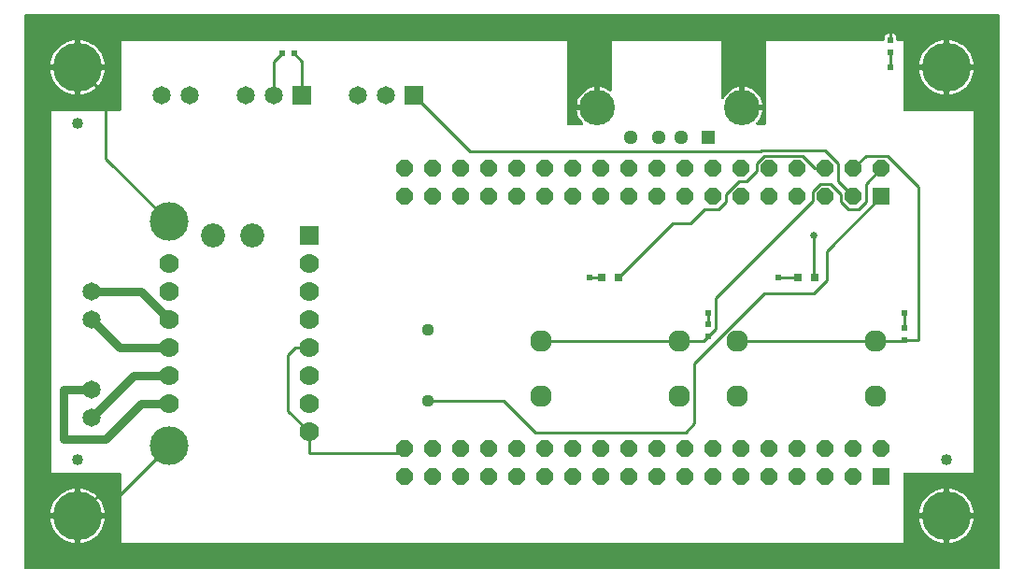
<source format=gbr>
G04 EAGLE Gerber RS-274X export*
G75*
%MOMM*%
%FSLAX34Y34*%
%LPD*%
%INTop Copper*%
%IPPOS*%
%AMOC8*
5,1,8,0,0,1.08239X$1,22.5*%
G01*
%ADD10C,1.651000*%
%ADD11R,0.800000X0.800000*%
%ADD12C,1.960000*%
%ADD13R,0.508000X0.609600*%
%ADD14R,1.651000X1.651000*%
%ADD15C,1.120000*%
%ADD16R,1.288000X1.288000*%
%ADD17C,1.288000*%
%ADD18C,3.220000*%
%ADD19R,1.778000X1.778000*%
%ADD20C,1.778000*%
%ADD21C,2.184400*%
%ADD22C,3.500000*%
%ADD23R,1.524000X1.524000*%
%ADD24P,1.649562X8X202.500000*%
%ADD25R,0.609600X0.508000*%
%ADD26C,4.445000*%
%ADD27C,1.016000*%
%ADD28C,0.254000*%
%ADD29C,0.609600*%
%ADD30C,0.654800*%
%ADD31C,0.762000*%

G36*
X1013444Y504308D02*
X1013444Y504308D01*
X1013437Y504427D01*
X1013424Y504465D01*
X1013419Y504506D01*
X1013376Y504616D01*
X1013339Y504729D01*
X1013317Y504764D01*
X1013302Y504801D01*
X1013233Y504897D01*
X1013169Y504998D01*
X1013139Y505026D01*
X1013116Y505059D01*
X1013024Y505135D01*
X1012937Y505216D01*
X1012902Y505236D01*
X1012871Y505261D01*
X1012763Y505312D01*
X1012659Y505370D01*
X1012619Y505380D01*
X1012583Y505397D01*
X1012466Y505419D01*
X1012351Y505449D01*
X1012291Y505453D01*
X1012271Y505457D01*
X1012250Y505455D01*
X1012190Y505459D01*
X130810Y505459D01*
X130692Y505444D01*
X130573Y505437D01*
X130535Y505424D01*
X130494Y505419D01*
X130384Y505376D01*
X130271Y505339D01*
X130236Y505317D01*
X130199Y505302D01*
X130103Y505233D01*
X130002Y505169D01*
X129974Y505139D01*
X129941Y505116D01*
X129865Y505024D01*
X129784Y504937D01*
X129764Y504902D01*
X129739Y504871D01*
X129688Y504763D01*
X129630Y504659D01*
X129620Y504619D01*
X129603Y504583D01*
X129581Y504466D01*
X129551Y504351D01*
X129547Y504291D01*
X129543Y504271D01*
X129545Y504250D01*
X129541Y504190D01*
X129541Y3810D01*
X129556Y3692D01*
X129563Y3573D01*
X129576Y3535D01*
X129581Y3494D01*
X129624Y3384D01*
X129661Y3271D01*
X129683Y3236D01*
X129698Y3199D01*
X129767Y3103D01*
X129831Y3002D01*
X129861Y2974D01*
X129884Y2941D01*
X129976Y2865D01*
X130063Y2784D01*
X130098Y2764D01*
X130129Y2739D01*
X130237Y2688D01*
X130341Y2630D01*
X130381Y2620D01*
X130417Y2603D01*
X130534Y2581D01*
X130649Y2551D01*
X130709Y2547D01*
X130729Y2543D01*
X130750Y2545D01*
X130810Y2541D01*
X1012190Y2541D01*
X1012308Y2556D01*
X1012427Y2563D01*
X1012465Y2576D01*
X1012506Y2581D01*
X1012616Y2624D01*
X1012729Y2661D01*
X1012764Y2683D01*
X1012801Y2698D01*
X1012897Y2767D01*
X1012998Y2831D01*
X1013026Y2861D01*
X1013059Y2884D01*
X1013135Y2976D01*
X1013216Y3063D01*
X1013236Y3098D01*
X1013261Y3129D01*
X1013312Y3237D01*
X1013370Y3341D01*
X1013380Y3381D01*
X1013397Y3417D01*
X1013419Y3534D01*
X1013449Y3649D01*
X1013453Y3709D01*
X1013457Y3729D01*
X1013455Y3750D01*
X1013459Y3810D01*
X1013459Y504190D01*
X1013444Y504308D01*
G37*
%LPC*%
G36*
X215900Y417831D02*
X215900Y417831D01*
X216018Y417846D01*
X216137Y417853D01*
X216175Y417866D01*
X216216Y417871D01*
X216326Y417914D01*
X216439Y417951D01*
X216474Y417973D01*
X216511Y417988D01*
X216607Y418058D01*
X216708Y418121D01*
X216736Y418151D01*
X216769Y418174D01*
X216845Y418266D01*
X216926Y418353D01*
X216946Y418388D01*
X216971Y418419D01*
X217022Y418527D01*
X217080Y418631D01*
X217090Y418671D01*
X217107Y418707D01*
X217129Y418824D01*
X217159Y418939D01*
X217163Y419000D01*
X217167Y419020D01*
X217165Y419040D01*
X217169Y419100D01*
X217169Y481331D01*
X621031Y481331D01*
X621031Y406400D01*
X621046Y406282D01*
X621053Y406163D01*
X621066Y406125D01*
X621071Y406084D01*
X621114Y405974D01*
X621151Y405861D01*
X621173Y405826D01*
X621188Y405789D01*
X621258Y405693D01*
X621321Y405592D01*
X621351Y405564D01*
X621374Y405531D01*
X621466Y405456D01*
X621553Y405374D01*
X621588Y405354D01*
X621619Y405329D01*
X621727Y405278D01*
X621831Y405220D01*
X621871Y405210D01*
X621907Y405193D01*
X622024Y405171D01*
X622139Y405141D01*
X622200Y405137D01*
X622220Y405133D01*
X622240Y405135D01*
X622300Y405131D01*
X634843Y405131D01*
X634981Y405148D01*
X635119Y405161D01*
X635138Y405168D01*
X635159Y405171D01*
X635288Y405222D01*
X635419Y405269D01*
X635436Y405280D01*
X635454Y405288D01*
X635567Y405369D01*
X635682Y405447D01*
X635695Y405463D01*
X635712Y405474D01*
X635800Y405582D01*
X635892Y405686D01*
X635901Y405704D01*
X635914Y405719D01*
X635974Y405845D01*
X636037Y405969D01*
X636041Y405989D01*
X636050Y406007D01*
X636076Y406144D01*
X636107Y406279D01*
X636106Y406300D01*
X636110Y406320D01*
X636101Y406458D01*
X636097Y406597D01*
X636091Y406617D01*
X636090Y406637D01*
X636047Y406769D01*
X636008Y406903D01*
X635998Y406920D01*
X635992Y406939D01*
X635917Y407057D01*
X635847Y407177D01*
X635828Y407198D01*
X635822Y407208D01*
X635807Y407222D01*
X635741Y407298D01*
X634555Y408483D01*
X633068Y410422D01*
X631846Y412538D01*
X630911Y414795D01*
X630278Y417155D01*
X630133Y418261D01*
X647330Y418261D01*
X647448Y418276D01*
X647567Y418283D01*
X647605Y418296D01*
X647645Y418301D01*
X647756Y418344D01*
X647869Y418381D01*
X647903Y418403D01*
X647941Y418418D01*
X648037Y418488D01*
X648138Y418551D01*
X648166Y418581D01*
X648198Y418604D01*
X648274Y418696D01*
X648356Y418783D01*
X648375Y418818D01*
X648401Y418849D01*
X648452Y418957D01*
X648509Y419061D01*
X648520Y419101D01*
X648537Y419137D01*
X648559Y419254D01*
X648589Y419369D01*
X648593Y419430D01*
X648597Y419450D01*
X648595Y419470D01*
X648599Y419530D01*
X648599Y420801D01*
X649870Y420801D01*
X649988Y420816D01*
X650107Y420823D01*
X650145Y420836D01*
X650185Y420841D01*
X650296Y420885D01*
X650409Y420921D01*
X650444Y420943D01*
X650481Y420958D01*
X650577Y421028D01*
X650678Y421091D01*
X650706Y421121D01*
X650739Y421145D01*
X650814Y421236D01*
X650896Y421323D01*
X650916Y421358D01*
X650941Y421390D01*
X650992Y421497D01*
X651050Y421602D01*
X651060Y421641D01*
X651077Y421677D01*
X651099Y421794D01*
X651129Y421909D01*
X651133Y421970D01*
X651137Y421990D01*
X651135Y422010D01*
X651139Y422070D01*
X651139Y439267D01*
X652245Y439122D01*
X654605Y438489D01*
X656862Y437554D01*
X658979Y436332D01*
X659627Y435835D01*
X659676Y435806D01*
X659719Y435770D01*
X659813Y435726D01*
X659902Y435674D01*
X659956Y435659D01*
X660007Y435635D01*
X660108Y435615D01*
X660208Y435587D01*
X660264Y435585D01*
X660320Y435575D01*
X660422Y435581D01*
X660526Y435578D01*
X660581Y435591D01*
X660637Y435595D01*
X660735Y435626D01*
X660836Y435649D01*
X660886Y435675D01*
X660939Y435693D01*
X661027Y435748D01*
X661118Y435795D01*
X661160Y435833D01*
X661208Y435863D01*
X661279Y435938D01*
X661356Y436007D01*
X661387Y436053D01*
X661426Y436094D01*
X661476Y436185D01*
X661533Y436270D01*
X661552Y436323D01*
X661580Y436373D01*
X661601Y436457D01*
X661607Y436469D01*
X661610Y436487D01*
X661640Y436570D01*
X661645Y436626D01*
X661659Y436681D01*
X661665Y436772D01*
X661667Y436782D01*
X661666Y436791D01*
X661669Y436842D01*
X661669Y481331D01*
X760731Y481331D01*
X760731Y429371D01*
X760740Y429302D01*
X760738Y429232D01*
X760759Y429145D01*
X760771Y429056D01*
X760796Y428991D01*
X760813Y428923D01*
X760855Y428844D01*
X760888Y428760D01*
X760929Y428704D01*
X760961Y428642D01*
X761022Y428576D01*
X761074Y428503D01*
X761128Y428458D01*
X761175Y428407D01*
X761250Y428357D01*
X761319Y428300D01*
X761383Y428270D01*
X761441Y428232D01*
X761526Y428203D01*
X761607Y428165D01*
X761676Y428151D01*
X761742Y428129D01*
X761831Y428122D01*
X761920Y428105D01*
X761989Y428109D01*
X762059Y428104D01*
X762147Y428119D01*
X762237Y428125D01*
X762303Y428146D01*
X762372Y428158D01*
X762454Y428195D01*
X762539Y428223D01*
X762599Y428260D01*
X762662Y428289D01*
X762732Y428345D01*
X762808Y428393D01*
X762856Y428444D01*
X762911Y428487D01*
X762964Y428559D01*
X763026Y428624D01*
X763060Y428685D01*
X763102Y428741D01*
X763173Y428886D01*
X763246Y429062D01*
X764468Y431178D01*
X765955Y433117D01*
X767683Y434845D01*
X769622Y436332D01*
X771738Y437554D01*
X773995Y438489D01*
X776355Y439122D01*
X777461Y439267D01*
X777461Y422070D01*
X777476Y421952D01*
X777483Y421833D01*
X777496Y421795D01*
X777501Y421755D01*
X777544Y421644D01*
X777581Y421531D01*
X777603Y421497D01*
X777618Y421459D01*
X777688Y421363D01*
X777751Y421262D01*
X777781Y421234D01*
X777804Y421202D01*
X777896Y421126D01*
X777983Y421044D01*
X778018Y421025D01*
X778049Y420999D01*
X778157Y420948D01*
X778261Y420891D01*
X778301Y420880D01*
X778337Y420863D01*
X778454Y420841D01*
X778569Y420811D01*
X778630Y420807D01*
X778650Y420803D01*
X778670Y420805D01*
X778730Y420801D01*
X780001Y420801D01*
X780001Y419530D01*
X780016Y419412D01*
X780023Y419293D01*
X780036Y419255D01*
X780041Y419214D01*
X780085Y419104D01*
X780121Y418991D01*
X780143Y418956D01*
X780158Y418919D01*
X780228Y418823D01*
X780291Y418722D01*
X780321Y418694D01*
X780345Y418661D01*
X780436Y418586D01*
X780523Y418504D01*
X780558Y418484D01*
X780590Y418459D01*
X780697Y418408D01*
X780802Y418350D01*
X780841Y418340D01*
X780877Y418323D01*
X780994Y418301D01*
X781109Y418271D01*
X781170Y418267D01*
X781190Y418263D01*
X781210Y418265D01*
X781270Y418261D01*
X798467Y418261D01*
X798322Y417155D01*
X797689Y414795D01*
X796754Y412538D01*
X795532Y410422D01*
X794045Y408483D01*
X792859Y407298D01*
X792775Y407188D01*
X792686Y407081D01*
X792677Y407062D01*
X792665Y407046D01*
X792609Y406919D01*
X792550Y406793D01*
X792546Y406773D01*
X792538Y406754D01*
X792516Y406616D01*
X792490Y406481D01*
X792492Y406460D01*
X792488Y406440D01*
X792501Y406301D01*
X792510Y406163D01*
X792516Y406144D01*
X792518Y406124D01*
X792565Y405992D01*
X792608Y405861D01*
X792619Y405843D01*
X792626Y405824D01*
X792704Y405709D01*
X792778Y405592D01*
X792793Y405578D01*
X792804Y405561D01*
X792908Y405469D01*
X793010Y405374D01*
X793028Y405364D01*
X793043Y405351D01*
X793166Y405288D01*
X793288Y405220D01*
X793308Y405215D01*
X793326Y405206D01*
X793462Y405176D01*
X793596Y405141D01*
X793624Y405139D01*
X793636Y405137D01*
X793657Y405137D01*
X793757Y405131D01*
X800100Y405131D01*
X800218Y405146D01*
X800337Y405153D01*
X800375Y405166D01*
X800416Y405171D01*
X800526Y405214D01*
X800639Y405251D01*
X800674Y405273D01*
X800711Y405288D01*
X800807Y405358D01*
X800908Y405421D01*
X800936Y405451D01*
X800969Y405474D01*
X801045Y405566D01*
X801126Y405653D01*
X801146Y405688D01*
X801171Y405719D01*
X801222Y405827D01*
X801280Y405931D01*
X801290Y405971D01*
X801307Y406007D01*
X801329Y406124D01*
X801359Y406239D01*
X801363Y406300D01*
X801367Y406320D01*
X801365Y406340D01*
X801369Y406400D01*
X801369Y481331D01*
X908050Y481331D01*
X908168Y481346D01*
X908287Y481353D01*
X908325Y481366D01*
X908366Y481371D01*
X908476Y481414D01*
X908589Y481451D01*
X908624Y481473D01*
X908661Y481488D01*
X908757Y481558D01*
X908858Y481621D01*
X908886Y481651D01*
X908919Y481674D01*
X908995Y481766D01*
X909076Y481853D01*
X909096Y481888D01*
X909121Y481919D01*
X909172Y482027D01*
X909230Y482131D01*
X909240Y482171D01*
X909257Y482207D01*
X909279Y482324D01*
X909309Y482439D01*
X909313Y482500D01*
X909317Y482520D01*
X909315Y482540D01*
X909319Y482600D01*
X909319Y485220D01*
X909492Y485867D01*
X909827Y486446D01*
X910300Y486919D01*
X910879Y487254D01*
X911526Y487427D01*
X913131Y487427D01*
X913131Y482600D01*
X913146Y482482D01*
X913153Y482363D01*
X913165Y482325D01*
X913170Y482284D01*
X913214Y482174D01*
X913251Y482061D01*
X913273Y482026D01*
X913287Y481989D01*
X913357Y481893D01*
X913421Y481792D01*
X913451Y481764D01*
X913474Y481731D01*
X913566Y481656D01*
X913653Y481574D01*
X913688Y481554D01*
X913719Y481529D01*
X913827Y481478D01*
X913931Y481420D01*
X913970Y481410D01*
X914007Y481393D01*
X914124Y481371D01*
X914239Y481341D01*
X914299Y481337D01*
X914319Y481333D01*
X914320Y481333D01*
X914340Y481335D01*
X914400Y481331D01*
X914518Y481346D01*
X914637Y481353D01*
X914675Y481366D01*
X914716Y481371D01*
X914826Y481414D01*
X914940Y481451D01*
X914974Y481473D01*
X915011Y481488D01*
X915108Y481558D01*
X915208Y481621D01*
X915236Y481651D01*
X915269Y481674D01*
X915345Y481766D01*
X915426Y481853D01*
X915446Y481888D01*
X915472Y481919D01*
X915522Y482027D01*
X915580Y482131D01*
X915590Y482171D01*
X915607Y482207D01*
X915629Y482324D01*
X915659Y482439D01*
X915663Y482500D01*
X915667Y482520D01*
X915666Y482540D01*
X915669Y482600D01*
X915669Y487427D01*
X917274Y487427D01*
X917921Y487254D01*
X918500Y486919D01*
X918973Y486446D01*
X919308Y485867D01*
X919481Y485220D01*
X919481Y482600D01*
X919496Y482482D01*
X919503Y482363D01*
X919516Y482325D01*
X919521Y482284D01*
X919564Y482174D01*
X919601Y482061D01*
X919623Y482026D01*
X919638Y481989D01*
X919707Y481893D01*
X919771Y481792D01*
X919801Y481764D01*
X919824Y481731D01*
X919916Y481656D01*
X920003Y481574D01*
X920038Y481554D01*
X920069Y481529D01*
X920177Y481478D01*
X920281Y481420D01*
X920321Y481410D01*
X920357Y481393D01*
X920474Y481371D01*
X920589Y481341D01*
X920649Y481337D01*
X920669Y481333D01*
X920690Y481335D01*
X920750Y481331D01*
X925831Y481331D01*
X925831Y419100D01*
X925846Y418982D01*
X925853Y418863D01*
X925866Y418825D01*
X925871Y418784D01*
X925914Y418674D01*
X925951Y418561D01*
X925973Y418526D01*
X925988Y418489D01*
X926058Y418393D01*
X926121Y418292D01*
X926151Y418264D01*
X926174Y418231D01*
X926266Y418156D01*
X926353Y418074D01*
X926388Y418054D01*
X926419Y418029D01*
X926527Y417978D01*
X926631Y417920D01*
X926671Y417910D01*
X926707Y417893D01*
X926824Y417871D01*
X926939Y417841D01*
X927000Y417837D01*
X927020Y417833D01*
X927040Y417835D01*
X927100Y417831D01*
X989331Y417831D01*
X989331Y90169D01*
X927100Y90169D01*
X926982Y90154D01*
X926863Y90147D01*
X926825Y90134D01*
X926784Y90129D01*
X926674Y90086D01*
X926561Y90049D01*
X926526Y90027D01*
X926489Y90012D01*
X926393Y89943D01*
X926292Y89879D01*
X926264Y89849D01*
X926231Y89826D01*
X926156Y89734D01*
X926074Y89647D01*
X926054Y89612D01*
X926029Y89581D01*
X925978Y89473D01*
X925920Y89369D01*
X925910Y89329D01*
X925893Y89293D01*
X925871Y89176D01*
X925841Y89061D01*
X925837Y89001D01*
X925833Y88981D01*
X925835Y88960D01*
X925831Y88900D01*
X925831Y26669D01*
X217169Y26669D01*
X217169Y88900D01*
X217154Y89018D01*
X217147Y89137D01*
X217134Y89175D01*
X217129Y89216D01*
X217086Y89326D01*
X217049Y89439D01*
X217027Y89474D01*
X217012Y89511D01*
X216943Y89607D01*
X216879Y89708D01*
X216849Y89736D01*
X216826Y89769D01*
X216734Y89845D01*
X216647Y89926D01*
X216612Y89946D01*
X216581Y89971D01*
X216473Y90022D01*
X216369Y90080D01*
X216329Y90090D01*
X216293Y90107D01*
X216176Y90129D01*
X216061Y90159D01*
X216001Y90163D01*
X215981Y90167D01*
X215960Y90165D01*
X215900Y90169D01*
X153669Y90169D01*
X153669Y417831D01*
X215900Y417831D01*
G37*
%LPD*%
%LPC*%
G36*
X180339Y459739D02*
X180339Y459739D01*
X180339Y481836D01*
X181955Y481654D01*
X184667Y481035D01*
X187292Y480117D01*
X189799Y478910D01*
X192154Y477430D01*
X194329Y475695D01*
X196295Y473729D01*
X198030Y471554D01*
X199510Y469199D01*
X200717Y466692D01*
X201635Y464067D01*
X202254Y461355D01*
X202436Y459739D01*
X180339Y459739D01*
G37*
%LPD*%
%LPC*%
G36*
X180339Y53339D02*
X180339Y53339D01*
X180339Y75436D01*
X181955Y75254D01*
X184667Y74635D01*
X187292Y73717D01*
X189799Y72510D01*
X192154Y71030D01*
X194329Y69295D01*
X196295Y67329D01*
X198030Y65154D01*
X199510Y62799D01*
X200717Y60292D01*
X201635Y57667D01*
X202254Y54955D01*
X202436Y53339D01*
X180339Y53339D01*
G37*
%LPD*%
%LPC*%
G36*
X967739Y53339D02*
X967739Y53339D01*
X967739Y75436D01*
X969355Y75254D01*
X972067Y74635D01*
X974692Y73717D01*
X977199Y72510D01*
X979554Y71030D01*
X981729Y69295D01*
X983695Y67329D01*
X985430Y65154D01*
X986910Y62799D01*
X988117Y60292D01*
X989035Y57667D01*
X989654Y54955D01*
X989836Y53339D01*
X967739Y53339D01*
G37*
%LPD*%
%LPC*%
G36*
X967739Y459739D02*
X967739Y459739D01*
X967739Y481836D01*
X969355Y481654D01*
X972067Y481035D01*
X974692Y480117D01*
X977199Y478910D01*
X979554Y477430D01*
X981729Y475695D01*
X983695Y473729D01*
X985430Y471554D01*
X986910Y469199D01*
X988117Y466692D01*
X989035Y464067D01*
X989654Y461355D01*
X989836Y459739D01*
X967739Y459739D01*
G37*
%LPD*%
%LPC*%
G36*
X180339Y48261D02*
X180339Y48261D01*
X202436Y48261D01*
X202254Y46645D01*
X201635Y43933D01*
X200717Y41308D01*
X199510Y38801D01*
X198030Y36446D01*
X196295Y34271D01*
X194329Y32305D01*
X192154Y30570D01*
X189799Y29090D01*
X187292Y27883D01*
X184667Y26965D01*
X181955Y26346D01*
X180339Y26164D01*
X180339Y48261D01*
G37*
%LPD*%
%LPC*%
G36*
X940564Y459739D02*
X940564Y459739D01*
X940746Y461355D01*
X941365Y464067D01*
X942283Y466692D01*
X943490Y469199D01*
X944970Y471554D01*
X946705Y473729D01*
X948671Y475695D01*
X950846Y477430D01*
X953201Y478910D01*
X955708Y480117D01*
X958333Y481035D01*
X961045Y481654D01*
X962661Y481836D01*
X962661Y459739D01*
X940564Y459739D01*
G37*
%LPD*%
%LPC*%
G36*
X940564Y53339D02*
X940564Y53339D01*
X940746Y54955D01*
X941365Y57667D01*
X942283Y60292D01*
X943490Y62799D01*
X944970Y65154D01*
X946705Y67329D01*
X948671Y69295D01*
X950846Y71030D01*
X953201Y72510D01*
X955708Y73717D01*
X958333Y74635D01*
X961045Y75254D01*
X962661Y75436D01*
X962661Y53339D01*
X940564Y53339D01*
G37*
%LPD*%
%LPC*%
G36*
X180339Y454661D02*
X180339Y454661D01*
X202436Y454661D01*
X202254Y453045D01*
X201635Y450333D01*
X200717Y447708D01*
X199510Y445201D01*
X198030Y442846D01*
X196295Y440671D01*
X194329Y438705D01*
X192154Y436970D01*
X189799Y435490D01*
X187292Y434283D01*
X184667Y433365D01*
X181955Y432746D01*
X180339Y432564D01*
X180339Y454661D01*
G37*
%LPD*%
%LPC*%
G36*
X153164Y53339D02*
X153164Y53339D01*
X153346Y54955D01*
X153965Y57667D01*
X154883Y60292D01*
X156090Y62799D01*
X157570Y65154D01*
X159305Y67329D01*
X161271Y69295D01*
X163446Y71030D01*
X165801Y72510D01*
X168308Y73717D01*
X170933Y74635D01*
X173645Y75254D01*
X175261Y75436D01*
X175261Y53339D01*
X153164Y53339D01*
G37*
%LPD*%
%LPC*%
G36*
X967739Y454661D02*
X967739Y454661D01*
X989836Y454661D01*
X989654Y453045D01*
X989035Y450333D01*
X988117Y447708D01*
X986910Y445201D01*
X985430Y442846D01*
X983695Y440671D01*
X981729Y438705D01*
X979554Y436970D01*
X977199Y435490D01*
X974692Y434283D01*
X972067Y433365D01*
X969355Y432746D01*
X967739Y432564D01*
X967739Y454661D01*
G37*
%LPD*%
%LPC*%
G36*
X153164Y459739D02*
X153164Y459739D01*
X153346Y461355D01*
X153965Y464067D01*
X154883Y466692D01*
X156090Y469199D01*
X157570Y471554D01*
X159305Y473729D01*
X161271Y475695D01*
X163446Y477430D01*
X165801Y478910D01*
X168308Y480117D01*
X170933Y481035D01*
X173645Y481654D01*
X175261Y481836D01*
X175261Y459739D01*
X153164Y459739D01*
G37*
%LPD*%
%LPC*%
G36*
X967739Y48261D02*
X967739Y48261D01*
X989836Y48261D01*
X989654Y46645D01*
X989035Y43933D01*
X988117Y41308D01*
X986910Y38801D01*
X985430Y36446D01*
X983695Y34271D01*
X981729Y32305D01*
X979554Y30570D01*
X977199Y29090D01*
X974692Y27883D01*
X972067Y26965D01*
X969355Y26346D01*
X967739Y26164D01*
X967739Y48261D01*
G37*
%LPD*%
%LPC*%
G36*
X173645Y26346D02*
X173645Y26346D01*
X170933Y26965D01*
X168308Y27883D01*
X165801Y29090D01*
X163446Y30570D01*
X161271Y32305D01*
X159305Y34271D01*
X157570Y36446D01*
X156090Y38801D01*
X154883Y41308D01*
X153965Y43933D01*
X153346Y46645D01*
X153164Y48261D01*
X175261Y48261D01*
X175261Y26164D01*
X173645Y26346D01*
G37*
%LPD*%
%LPC*%
G36*
X961045Y432746D02*
X961045Y432746D01*
X958333Y433365D01*
X955708Y434283D01*
X953201Y435490D01*
X950846Y436970D01*
X948671Y438705D01*
X946705Y440671D01*
X944970Y442846D01*
X943490Y445201D01*
X942283Y447708D01*
X941365Y450333D01*
X940746Y453045D01*
X940564Y454661D01*
X962661Y454661D01*
X962661Y432564D01*
X961045Y432746D01*
G37*
%LPD*%
%LPC*%
G36*
X173645Y432746D02*
X173645Y432746D01*
X170933Y433365D01*
X168308Y434283D01*
X165801Y435490D01*
X163446Y436970D01*
X161271Y438705D01*
X159305Y440671D01*
X157570Y442846D01*
X156090Y445201D01*
X154883Y447708D01*
X153965Y450333D01*
X153346Y453045D01*
X153164Y454661D01*
X175261Y454661D01*
X175261Y432564D01*
X173645Y432746D01*
G37*
%LPD*%
%LPC*%
G36*
X961045Y26346D02*
X961045Y26346D01*
X958333Y26965D01*
X955708Y27883D01*
X953201Y29090D01*
X950846Y30570D01*
X948671Y32305D01*
X946705Y34271D01*
X944970Y36446D01*
X943490Y38801D01*
X942283Y41308D01*
X941365Y43933D01*
X940746Y46645D01*
X940564Y48261D01*
X962661Y48261D01*
X962661Y26164D01*
X961045Y26346D01*
G37*
%LPD*%
%LPC*%
G36*
X782539Y423339D02*
X782539Y423339D01*
X782539Y439267D01*
X783645Y439122D01*
X786005Y438489D01*
X788262Y437554D01*
X790378Y436332D01*
X792317Y434845D01*
X794045Y433117D01*
X795532Y431178D01*
X796754Y429062D01*
X797689Y426805D01*
X798322Y424445D01*
X798467Y423339D01*
X782539Y423339D01*
G37*
%LPD*%
%LPC*%
G36*
X630133Y423339D02*
X630133Y423339D01*
X630278Y424445D01*
X630911Y426805D01*
X631846Y429062D01*
X633068Y431178D01*
X634555Y433117D01*
X636283Y434845D01*
X638222Y436332D01*
X640338Y437554D01*
X642595Y438489D01*
X644955Y439122D01*
X646061Y439267D01*
X646061Y423339D01*
X630133Y423339D01*
G37*
%LPD*%
%LPC*%
G36*
X177799Y457199D02*
X177799Y457199D01*
X177799Y457201D01*
X177801Y457201D01*
X177801Y457199D01*
X177799Y457199D01*
G37*
%LPD*%
%LPC*%
G36*
X965199Y50799D02*
X965199Y50799D01*
X965199Y50801D01*
X965201Y50801D01*
X965201Y50799D01*
X965199Y50799D01*
G37*
%LPD*%
%LPC*%
G36*
X965199Y457199D02*
X965199Y457199D01*
X965199Y457201D01*
X965201Y457201D01*
X965201Y457199D01*
X965199Y457199D01*
G37*
%LPD*%
%LPC*%
G36*
X177799Y50799D02*
X177799Y50799D01*
X177799Y50801D01*
X177801Y50801D01*
X177801Y50799D01*
X177799Y50799D01*
G37*
%LPD*%
D10*
X190500Y165100D03*
X190500Y139700D03*
X190500Y254000D03*
X190500Y228600D03*
D11*
X845700Y266700D03*
X830700Y266700D03*
X667900Y266700D03*
X652900Y266700D03*
D12*
X900700Y209150D03*
X900700Y159150D03*
X775700Y159150D03*
X775700Y209150D03*
X722900Y209150D03*
X722900Y159150D03*
X597900Y159150D03*
X597900Y209150D03*
D13*
X927100Y210312D03*
X927100Y221488D03*
X749300Y213487D03*
X749300Y224663D03*
D14*
X482600Y431800D03*
D10*
X457200Y431800D03*
X431800Y431800D03*
D15*
X495300Y219825D03*
X495300Y154825D03*
D16*
X749300Y393700D03*
D17*
X724300Y393700D03*
X704300Y393700D03*
X679300Y393700D03*
D18*
X780000Y420800D03*
X648600Y420800D03*
D19*
X387350Y304800D03*
D20*
X387350Y279400D03*
X387350Y254000D03*
X387350Y228600D03*
X387350Y203200D03*
X387350Y177800D03*
X387350Y152400D03*
X387350Y127000D03*
D21*
X300770Y304800D03*
X335770Y304800D03*
D20*
X260350Y254000D03*
X260350Y279400D03*
X260350Y203200D03*
X260350Y228600D03*
X260350Y152400D03*
X260350Y177800D03*
D22*
X260350Y114300D03*
X260350Y317500D03*
D14*
X381000Y431800D03*
D10*
X355600Y431800D03*
X330200Y431800D03*
X279400Y431800D03*
X254000Y431800D03*
D23*
X906100Y86100D03*
D24*
X906100Y111500D03*
X880700Y86100D03*
X880700Y111500D03*
X855300Y86100D03*
X855300Y111500D03*
X829900Y86100D03*
X829900Y111500D03*
X804500Y86100D03*
X804500Y111500D03*
X779100Y86100D03*
X779100Y111500D03*
X753700Y86100D03*
X753700Y111500D03*
X728300Y86100D03*
X728300Y111500D03*
X702900Y86100D03*
X702900Y111500D03*
X677500Y86100D03*
X677500Y111500D03*
X652100Y86100D03*
X652100Y111500D03*
X626700Y86100D03*
X626700Y111500D03*
X601300Y86100D03*
X601300Y111500D03*
X575900Y86100D03*
X575900Y111500D03*
X550500Y86100D03*
X550500Y111500D03*
X525100Y86100D03*
X525100Y111500D03*
X499700Y86100D03*
X499700Y111500D03*
X474300Y86100D03*
X474300Y111500D03*
D23*
X906100Y340100D03*
D24*
X906100Y365500D03*
X880700Y340100D03*
X880700Y365500D03*
X855300Y340100D03*
X855300Y365500D03*
X829900Y340100D03*
X829900Y365500D03*
X804500Y340100D03*
X804500Y365500D03*
X779100Y340100D03*
X779100Y365500D03*
X753700Y340100D03*
X753700Y365500D03*
X728300Y340100D03*
X728300Y365500D03*
X702900Y340100D03*
X702900Y365500D03*
X677500Y340100D03*
X677500Y365500D03*
X652100Y340100D03*
X652100Y365500D03*
X626700Y340100D03*
X626700Y365500D03*
X601300Y340100D03*
X601300Y365500D03*
X575900Y340100D03*
X575900Y365500D03*
X550500Y340100D03*
X550500Y365500D03*
X525100Y340100D03*
X525100Y365500D03*
X499700Y340100D03*
X499700Y365500D03*
X474300Y340100D03*
X474300Y365500D03*
D25*
X362712Y469900D03*
X373888Y469900D03*
D26*
X965200Y457200D03*
X177800Y457200D03*
X965200Y50800D03*
X177800Y50800D03*
D13*
X914400Y470662D03*
X914400Y481838D03*
D27*
X177800Y101600D03*
X177800Y406400D03*
X965200Y101600D03*
D28*
X652900Y266700D02*
X641350Y266700D01*
D29*
X641350Y266700D03*
D28*
X812800Y266700D02*
X830700Y266700D01*
D29*
X812800Y266700D03*
D28*
X914400Y457200D02*
X914400Y470662D01*
D29*
X914400Y457200D03*
D28*
X260350Y317500D02*
X203200Y374650D01*
X260350Y114300D02*
X215900Y69850D01*
X203200Y431800D02*
X177800Y457200D01*
X203200Y431800D02*
X203200Y374650D01*
X196850Y69850D02*
X177800Y50800D01*
X196850Y69850D02*
X215900Y69850D01*
X749300Y224663D02*
X749300Y234950D01*
D29*
X749300Y234950D03*
D28*
X927100Y234950D02*
X927100Y221488D01*
D29*
X927100Y234950D03*
D28*
X355600Y431800D02*
X355600Y462788D01*
X362712Y469900D01*
X667900Y266700D02*
X717170Y315970D01*
X733035Y315970D01*
X758435Y328670D02*
X765130Y335366D01*
X793070Y370235D02*
X799766Y376930D01*
X846065Y365500D02*
X855300Y365500D01*
X758435Y328670D02*
X745735Y328670D01*
X834635Y376930D02*
X846065Y365500D01*
X765130Y342295D02*
X765130Y335366D01*
X765130Y342295D02*
X776906Y354070D01*
X783835Y354070D01*
X793070Y363306D01*
X793070Y370235D01*
X799766Y376930D02*
X834635Y376930D01*
X745735Y328670D02*
X733035Y315970D01*
D30*
X844550Y304800D03*
D28*
X844550Y267850D02*
X845700Y266700D01*
X844550Y267850D02*
X844550Y304800D01*
X796651Y381000D02*
X797661Y382010D01*
X866730Y354070D02*
X880700Y340100D01*
X866730Y354070D02*
X866730Y370235D01*
X854955Y382010D01*
X797661Y382010D01*
X533400Y381000D02*
X482600Y431800D01*
X533400Y381000D02*
X796651Y381000D01*
X856685Y264297D02*
X844928Y252540D01*
X736510Y134463D02*
X728538Y126490D01*
X592263Y126490D02*
X563928Y154825D01*
X495300Y154825D01*
X856685Y290685D02*
X906100Y340100D01*
X844928Y252540D02*
X799843Y252540D01*
X736510Y189208D01*
X736510Y134463D01*
X856685Y264297D02*
X856685Y290685D01*
X728538Y126490D02*
X592263Y126490D01*
X925938Y209150D02*
X927100Y210312D01*
X925938Y209150D02*
X900700Y209150D01*
X775700Y209150D01*
X927100Y210312D02*
X939800Y210312D01*
X939800Y349250D01*
X912120Y376930D02*
X892130Y376930D01*
X880700Y365500D01*
X912120Y376930D02*
X939800Y349250D01*
X749300Y213487D02*
X744963Y209150D01*
X722900Y209150D01*
X597900Y209150D01*
X756158Y220345D02*
X756158Y248158D01*
X756158Y220345D02*
X749300Y213487D01*
X756158Y248158D02*
X843870Y335870D01*
X843870Y344835D01*
X850566Y351530D01*
X869270Y335366D02*
X875966Y328670D01*
X885435Y328670D01*
X892130Y335366D01*
X860035Y351530D02*
X850566Y351530D01*
X860035Y351530D02*
X869270Y342295D01*
X869270Y335366D01*
X892130Y335366D02*
X892130Y351530D01*
X906100Y365500D01*
X387350Y127000D02*
X387350Y107950D01*
X470750Y107950D01*
X474300Y111500D01*
X387350Y127000D02*
X368300Y146050D01*
X368300Y196850D01*
X374650Y203200D01*
X387350Y203200D01*
X381000Y431800D02*
X381000Y462788D01*
X373888Y469900D01*
D31*
X260350Y152400D02*
X234950Y152400D01*
X203200Y120650D02*
X165100Y120650D01*
X165100Y165100D01*
X203200Y120650D02*
X234950Y152400D01*
X190500Y165100D02*
X165100Y165100D01*
X228600Y177800D02*
X260350Y177800D01*
X228600Y177800D02*
X190500Y139700D01*
X190500Y254000D02*
X234950Y254000D01*
X260350Y228600D01*
X260350Y203200D02*
X215900Y203200D01*
X190500Y228600D01*
M02*

</source>
